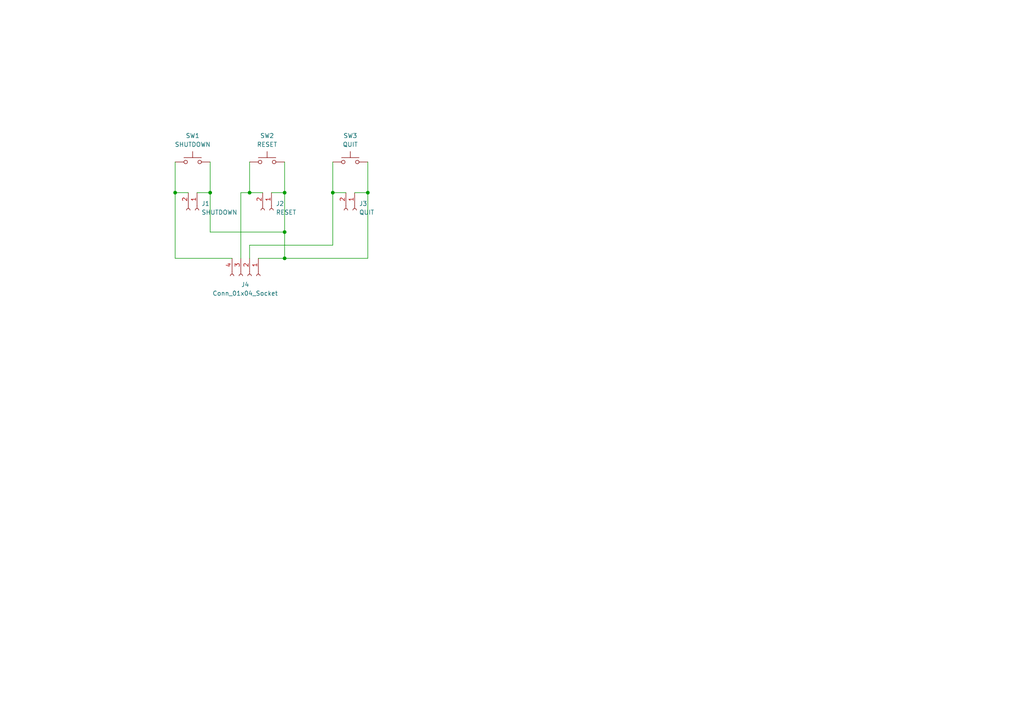
<source format=kicad_sch>
(kicad_sch (version 20231120) (generator "eeschema") (generator_version "8.0")
  (paper "A4")
  (lib_symbols
    (symbol "Connector:Conn_01x02_Socket" (pin_names (offset 1.016) hide)
      (property "Reference" "J" (at 0 2.54 0))
      (property "Value" "Conn_01x02_Socket" (at 0 -5.08 0))
      (symbol "Conn_01x02_Socket_1_1"
        (arc (start 0 -2.032) (mid -0.5058 -2.54) (end 0 -3.048) (stroke (width 0.1524)))
        (polyline (pts (xy -1.27 -2.54) (xy -0.508 -2.54)) (stroke (width 0.1524)))
        (polyline (pts (xy -1.27 0) (xy -0.508 0)) (stroke (width 0.1524)))
        (arc (start 0 0.508) (mid -0.5058 0) (end 0 -0.508) (stroke (width 0.1524)))
        (pin passive line (at -5.08 0 0) (length 3.81) (name "Pin_1") (number "1"))
        (pin passive line (at -5.08 -2.54 0) (length 3.81) (name "Pin_2") (number "2"))
      )
    )
    (symbol "Connector:Conn_01x04_Socket" (pin_names (offset 1.016) hide)
      (property "Reference" "J" (at 0 5.08 0))
      (property "Value" "Conn_01x04_Socket" (at 0 -7.62 0))
      (symbol "Conn_01x04_Socket_1_1"
        (arc (start 0 -4.572) (mid -0.5058 -5.08) (end 0 -5.588) (stroke (width 0.1524)))
        (arc (start 0 -2.032) (mid -0.5058 -2.54) (end 0 -3.048) (stroke (width 0.1524)))
        (polyline (pts (xy -1.27 -5.08) (xy -0.508 -5.08)) (stroke (width 0.1524)))
        (polyline (pts (xy -1.27 -2.54) (xy -0.508 -2.54)) (stroke (width 0.1524)))
        (polyline (pts (xy -1.27 0) (xy -0.508 0)) (stroke (width 0.1524)))
        (polyline (pts (xy -1.27 2.54) (xy -0.508 2.54)) (stroke (width 0.1524)))
        (arc (start 0 0.508) (mid -0.5058 0) (end 0 -0.508) (stroke (width 0.1524)))
        (arc (start 0 3.048) (mid -0.5058 2.54) (end 0 2.032) (stroke (width 0.1524)))
        (pin passive line (at -5.08 2.54 0) (length 3.81) (name "Pin_1") (number "1"))
        (pin passive line (at -5.08 0 0) (length 3.81) (name "Pin_2") (number "2"))
        (pin passive line (at -5.08 -2.54 0) (length 3.81) (name "Pin_3") (number "3"))
        (pin passive line (at -5.08 -5.08 0) (length 3.81) (name "Pin_4") (number "4"))
      )
    )
    (symbol "Switch:SW_Push" (pin_numbers hide) (pin_names (offset 1.016) hide)
      (property "Reference" "SW" (at 1.27 2.54 0))
      (property "Value" "SW_Push" (at 0 -1.524 0))
      (symbol "SW_Push_0_1"
        (circle (center -2.032 0) (radius 0.508))
        (polyline (pts (xy 0 1.27) (xy 0 3.048)))
        (polyline (pts (xy 2.54 1.27) (xy -2.54 1.27)))
        (circle (center 2.032 0) (radius 0.508))
        (pin passive line (at -5.08 0 0) (length 2.54) (name "1") (number "1"))
        (pin passive line (at 5.08 0 180) (length 2.54) (name "2") (number "2"))
      )
    )
  )
  (junction (at 96.52 55.88))
  (junction (at 60.96 55.88))
  (junction (at 50.8 55.88))
  (junction (at 82.55 67.31))
  (junction (at 72.39 55.88))
  (junction (at 106.68 55.88))
  (junction (at 82.55 74.93))
  (junction (at 82.55 55.88))
  (wire (pts (xy 72.39 46.99) (xy 72.39 55.88)))
  (wire (pts (xy 69.85 55.88) (xy 69.85 74.93)))
  (wire (pts (xy 60.96 55.88) (xy 57.15 55.88)))
  (wire (pts (xy 82.55 46.99) (xy 82.55 55.88)))
  (wire (pts (xy 72.39 71.12) (xy 72.39 74.93)))
  (wire (pts (xy 106.68 55.88) (xy 106.68 74.93)))
  (wire (pts (xy 96.52 71.12) (xy 72.39 71.12)))
  (wire (pts (xy 50.8 55.88) (xy 54.61 55.88)))
  (wire (pts (xy 106.68 55.88) (xy 102.87 55.88)))
  (wire (pts (xy 106.68 46.99) (xy 106.68 55.88)))
  (wire (pts (xy 82.55 74.93) (xy 74.93 74.93)))
  (wire (pts (xy 96.52 55.88) (xy 100.33 55.88)))
  (wire (pts (xy 72.39 55.88) (xy 69.85 55.88)))
  (wire (pts (xy 106.68 74.93) (xy 82.55 74.93)))
  (wire (pts (xy 82.55 55.88) (xy 78.74 55.88)))
  (wire (pts (xy 96.52 55.88) (xy 96.52 71.12)))
  (wire (pts (xy 96.52 46.99) (xy 96.52 55.88)))
  (wire (pts (xy 60.96 55.88) (xy 60.96 67.31)))
  (wire (pts (xy 50.8 46.99) (xy 50.8 55.88)))
  (wire (pts (xy 82.55 55.88) (xy 82.55 67.31)))
  (wire (pts (xy 82.55 67.31) (xy 82.55 74.93)))
  (wire (pts (xy 50.8 55.88) (xy 50.8 74.93)))
  (wire (pts (xy 72.39 55.88) (xy 76.2 55.88)))
  (wire (pts (xy 50.8 74.93) (xy 67.31 74.93)))
  (wire (pts (xy 60.96 46.99) (xy 60.96 55.88)))
  (wire (pts (xy 60.96 67.31) (xy 82.55 67.31)))
  (symbol (lib_id "Switch:SW_Push") (at 101.6 46.99 0) (unit 1)
    (property "Reference" "SW3" (at 101.6 39.37 0))
    (property "Value" "QUIT" (at 101.6 41.91 0))
    (property "Footprint" "Button_Switch_Keyboard:SW_Cherry_MX_1.00u_PCB" (effects (hide yes)))
    (property "Description" "Push button switch, generic, two pins" (effects (hide yes)))
  )
  (symbol (lib_id "Switch:SW_Push") (at 55.88 46.99 0) (unit 1)
    (property "Reference" "SW1" (at 55.88 39.37 0))
    (property "Value" "SHUTDOWN" (at 55.88 41.91 0))
    (property "Footprint" "Button_Switch_Keyboard:SW_Cherry_MX_1.00u_PCB" (effects (hide yes)))
    (property "Description" "Push button switch, generic, two pins" (effects (hide yes)))
  )
  (symbol (lib_id "Switch:SW_Push") (at 77.47 46.99 0) (unit 1)
    (property "Reference" "SW2" (at 77.47 39.37 0))
    (property "Value" "RESET" (at 77.47 41.91 0))
    (property "Footprint" "Button_Switch_Keyboard:SW_Cherry_MX_1.00u_PCB" (effects (hide yes)))
    (property "Description" "Push button switch, generic, two pins" (effects (hide yes)))
  )
  (symbol (lib_id "Connector:Conn_01x04_Socket") (at 72.39 80.01 270) (unit 1)
    (property "Reference" "J4" (at 71.12 82.55 90))
    (property "Value" "Conn_01x04_Socket" (at 71.12 85.09 90))
    (property "Footprint" "Connector_JST:JST_PH_S4B-PH-K_1x04_P2.00mm_Horizontal" (effects (hide yes)))
    (property "Description" "Generic connector, single row, 01x04, script generated" (effects (hide yes)))
  )
  (symbol (lib_id "Connector:Conn_01x02_Socket") (at 78.74 60.96 270) (unit 1)
    (property "Reference" "J2" (at 80.01 59.0549 90) (effects (justify left)))
    (property "Value" "RESET" (at 80.01 61.5949 90) (effects (justify left)))
    (property "Footprint" "Connector_JST:JST_PH_S2B-PH-K_1x02_P2.00mm_Horizontal" (effects (hide yes)))
    (property "Description" "Generic connector, single row, 01x02, script generated" (effects (hide yes)))
  )
  (symbol (lib_id "Connector:Conn_01x02_Socket") (at 57.15 60.96 270) (unit 1)
    (property "Reference" "J1" (at 58.42 59.0549 90) (effects (justify left)))
    (property "Value" "SHUTDOWN" (at 58.42 61.5949 90) (effects (justify left)))
    (property "Footprint" "Connector_JST:JST_PH_S2B-PH-K_1x02_P2.00mm_Horizontal" (effects (hide yes)))
    (property "Description" "Generic connector, single row, 01x02, script generated" (effects (hide yes)))
  )
  (symbol (lib_id "Connector:Conn_01x02_Socket") (at 102.87 60.96 270) (unit 1)
    (property "Reference" "J3" (at 104.14 59.0549 90) (effects (justify left)))
    (property "Value" "QUIT" (at 104.14 61.5949 90) (effects (justify left)))
    (property "Footprint" "Connector_JST:JST_PH_S2B-PH-K_1x02_P2.00mm_Horizontal" (effects (hide yes)))
    (property "Description" "Generic connector, single row, 01x02, script generated" (effects (hide yes)))
  )
)
</source>
